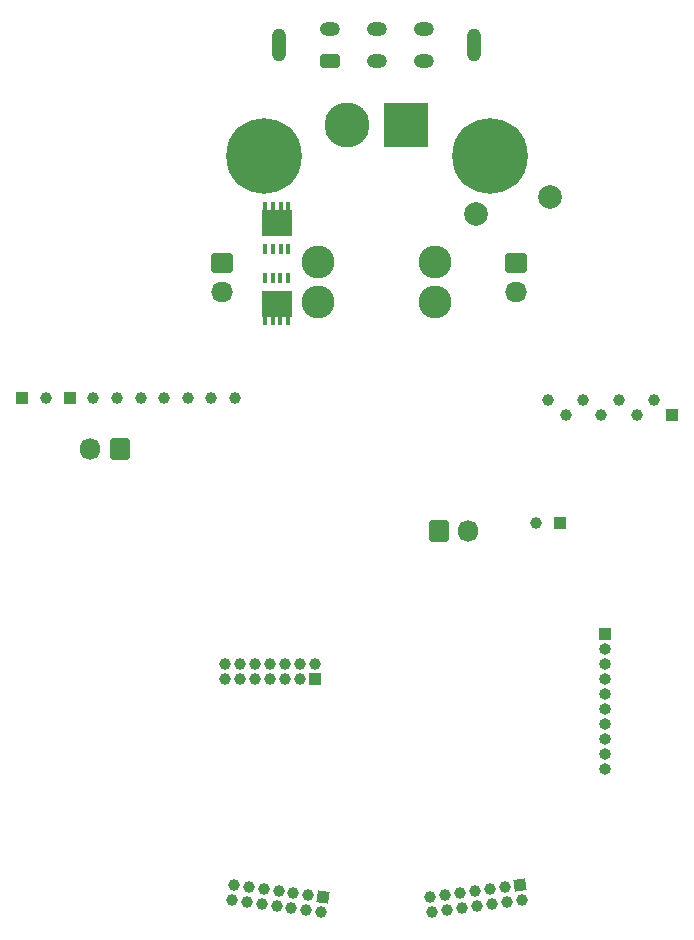
<source format=gbr>
%TF.GenerationSoftware,KiCad,Pcbnew,7.0.11*%
%TF.CreationDate,2025-06-25T00:44:36+09:00*%
%TF.ProjectId,1stLayer_Power,3173744c-6179-4657-925f-506f7765722e,rev?*%
%TF.SameCoordinates,Original*%
%TF.FileFunction,Soldermask,Bot*%
%TF.FilePolarity,Negative*%
%FSLAX46Y46*%
G04 Gerber Fmt 4.6, Leading zero omitted, Abs format (unit mm)*
G04 Created by KiCad (PCBNEW 7.0.11) date 2025-06-25 00:44:36*
%MOMM*%
%LPD*%
G01*
G04 APERTURE LIST*
G04 Aperture macros list*
%AMRoundRect*
0 Rectangle with rounded corners*
0 $1 Rounding radius*
0 $2 $3 $4 $5 $6 $7 $8 $9 X,Y pos of 4 corners*
0 Add a 4 corners polygon primitive as box body*
4,1,4,$2,$3,$4,$5,$6,$7,$8,$9,$2,$3,0*
0 Add four circle primitives for the rounded corners*
1,1,$1+$1,$2,$3*
1,1,$1+$1,$4,$5*
1,1,$1+$1,$6,$7*
1,1,$1+$1,$8,$9*
0 Add four rect primitives between the rounded corners*
20,1,$1+$1,$2,$3,$4,$5,0*
20,1,$1+$1,$4,$5,$6,$7,0*
20,1,$1+$1,$6,$7,$8,$9,0*
20,1,$1+$1,$8,$9,$2,$3,0*%
%AMRotRect*
0 Rectangle, with rotation*
0 The origin of the aperture is its center*
0 $1 length*
0 $2 width*
0 $3 Rotation angle, in degrees counterclockwise*
0 Add horizontal line*
21,1,$1,$2,0,0,$3*%
G04 Aperture macros list end*
%ADD10C,1.000000*%
%ADD11O,1.850000X1.700000*%
%ADD12RoundRect,0.250000X-0.675000X0.600000X-0.675000X-0.600000X0.675000X-0.600000X0.675000X0.600000X0*%
%ADD13O,1.700000X1.850000*%
%ADD14RoundRect,0.250000X0.600000X0.675000X-0.600000X0.675000X-0.600000X-0.675000X0.600000X-0.675000X0*%
%ADD15RotRect,1.000000X1.000000X352.500000*%
%ADD16R,3.800000X3.800000*%
%ADD17C,3.800000*%
%ADD18R,1.000000X1.000000*%
%ADD19C,2.000000*%
%ADD20O,1.000000X1.000000*%
%ADD21C,2.780000*%
%ADD22RotRect,1.000000X1.000000X7.500000*%
%ADD23C,0.800000*%
%ADD24C,6.400000*%
%ADD25RoundRect,0.250000X-0.600000X-0.675000X0.600000X-0.675000X0.600000X0.675000X-0.600000X0.675000X0*%
%ADD26RoundRect,0.300000X-0.550000X0.300000X-0.550000X-0.300000X0.550000X-0.300000X0.550000X0.300000X0*%
%ADD27O,1.700000X1.200000*%
%ADD28O,1.200000X2.800000*%
%ADD29R,0.400000X0.900000*%
%ADD30R,0.375000X0.900000*%
%ADD31R,0.400000X0.700000*%
%ADD32R,2.650000X2.200000*%
%ADD33R,0.375000X0.700000*%
G04 APERTURE END LIST*
D10*
%TO.C,H12*%
X152270000Y-89610000D03*
%TD*%
%TO.C,H17*%
X144770000Y-90810000D03*
%TD*%
D11*
%TO.C,J5*%
X140570000Y-80460000D03*
D12*
X140570000Y-77960000D03*
%TD*%
D13*
%TO.C,J8*%
X104520000Y-93760000D03*
D14*
X107020000Y-93760000D03*
%TD*%
D15*
%TO.C,J2*%
X124228142Y-131635536D03*
D10*
X124062374Y-132894671D03*
X122969007Y-131469768D03*
X122803239Y-132728903D03*
X121709872Y-131303999D03*
X121544104Y-132563134D03*
X120450737Y-131138231D03*
X120284969Y-132397366D03*
X119191602Y-130972463D03*
X119025834Y-132231598D03*
X117932467Y-130806694D03*
X117766699Y-132065829D03*
X116673332Y-130640926D03*
X116507564Y-131900061D03*
%TD*%
%TO.C,H20*%
X100770000Y-89410000D03*
%TD*%
%TO.C,H10*%
X116770000Y-89410000D03*
%TD*%
%TO.C,H6*%
X108770000Y-89410000D03*
%TD*%
D12*
%TO.C,J6*%
X115670000Y-77960000D03*
D11*
X115670000Y-80460000D03*
%TD*%
D16*
%TO.C,J4*%
X131270000Y-66310000D03*
D17*
X126270000Y-66310000D03*
%TD*%
D10*
%TO.C,H16*%
X146270000Y-89610000D03*
%TD*%
%TO.C,H18*%
X143270000Y-89610000D03*
%TD*%
%TO.C,H4*%
X104770000Y-89410000D03*
%TD*%
D18*
%TO.C,H3*%
X102770000Y-89410000D03*
%TD*%
D10*
%TO.C,H22*%
X142270000Y-100010000D03*
%TD*%
%TO.C,H8*%
X112770000Y-89410000D03*
%TD*%
D19*
%TO.C,TP2*%
X137170000Y-73860000D03*
%TD*%
D10*
%TO.C,H7*%
X110770000Y-89410000D03*
%TD*%
D18*
%TO.C,H19*%
X98770000Y-89410000D03*
%TD*%
D10*
%TO.C,H14*%
X149270000Y-89610000D03*
%TD*%
D18*
%TO.C,J11*%
X148094920Y-109395000D03*
D20*
X148094920Y-110665000D03*
X148094920Y-111935000D03*
X148094920Y-113205000D03*
X148094920Y-114475000D03*
X148094920Y-115745000D03*
X148094920Y-117015000D03*
X148094920Y-118285000D03*
X148094920Y-119555000D03*
X148094920Y-120825000D03*
%TD*%
D10*
%TO.C,H15*%
X147770000Y-90810000D03*
%TD*%
%TO.C,H9*%
X114770000Y-89410000D03*
%TD*%
D18*
%TO.C,H21*%
X144270000Y-100010000D03*
%TD*%
D10*
%TO.C,H13*%
X150770000Y-90810000D03*
%TD*%
D21*
%TO.C,F2*%
X133730000Y-81260000D03*
X133730000Y-77860000D03*
X123810000Y-81260000D03*
X123810000Y-77860000D03*
%TD*%
D22*
%TO.C,J3*%
X140866669Y-130640927D03*
D10*
X141032437Y-131900062D03*
X139607534Y-130806695D03*
X139773302Y-132065830D03*
X138348399Y-130972464D03*
X138514167Y-132231599D03*
X137089264Y-131138232D03*
X137255032Y-132397367D03*
X135830129Y-131304000D03*
X135995897Y-132563135D03*
X134570994Y-131469769D03*
X134736762Y-132728904D03*
X133311859Y-131635537D03*
X133477627Y-132894672D03*
%TD*%
D19*
%TO.C,TP1*%
X143470000Y-72410000D03*
%TD*%
D10*
%TO.C,H5*%
X106770000Y-89410000D03*
%TD*%
D23*
%TO.C,H2*%
X116822000Y-68910000D03*
X117524944Y-67212944D03*
X117524944Y-70607056D03*
X119222000Y-66510000D03*
D24*
X119222000Y-68910000D03*
D23*
X119222000Y-71310000D03*
X120919056Y-67212944D03*
X120919056Y-70607056D03*
X121622000Y-68910000D03*
%TD*%
D13*
%TO.C,J9*%
X136520000Y-100660000D03*
D25*
X134020000Y-100660000D03*
%TD*%
D23*
%TO.C,H1*%
X135920000Y-68910000D03*
X136622944Y-67212944D03*
X136622944Y-70607056D03*
X138320000Y-66510000D03*
D24*
X138320000Y-68910000D03*
D23*
X138320000Y-71310000D03*
X140017056Y-67212944D03*
X140017056Y-70607056D03*
X140720000Y-68910000D03*
%TD*%
D18*
%TO.C,H11*%
X153770000Y-90810000D03*
%TD*%
D26*
%TO.C,SW1*%
X124770000Y-60860000D03*
D27*
X128770000Y-60860000D03*
X132770000Y-60860000D03*
X124770000Y-58160000D03*
X128770000Y-58160000D03*
X132770000Y-58160000D03*
D28*
X137020000Y-59510000D03*
X120520000Y-59510000D03*
%TD*%
D29*
%TO.C,Q4*%
X119321500Y-79260000D03*
X119971500Y-79260000D03*
D30*
X120609000Y-79260000D03*
D29*
X121271500Y-79260000D03*
D31*
X119321500Y-82860000D03*
X119971500Y-82860000D03*
D32*
X120296500Y-81410000D03*
D33*
X120609000Y-82860000D03*
D31*
X121271500Y-82860000D03*
%TD*%
D29*
%TO.C,Q6*%
X121295000Y-76770000D03*
X120645000Y-76770000D03*
D30*
X120007500Y-76770000D03*
D29*
X119345000Y-76770000D03*
D31*
X121295000Y-73170000D03*
X120645000Y-73170000D03*
D32*
X120320000Y-74620000D03*
D33*
X120007500Y-73170000D03*
D31*
X119345000Y-73170000D03*
%TD*%
D18*
%TO.C,J1*%
X123580000Y-113209999D03*
D10*
X123580000Y-111939999D03*
X122310000Y-113209999D03*
X122310000Y-111939999D03*
X121040000Y-113209999D03*
X121040000Y-111939999D03*
X119770000Y-113209999D03*
X119770000Y-111939999D03*
X118500000Y-113209999D03*
X118500000Y-111939999D03*
X117230000Y-113209999D03*
X117230000Y-111939999D03*
X115960000Y-113209999D03*
X115960000Y-111939999D03*
%TD*%
M02*

</source>
